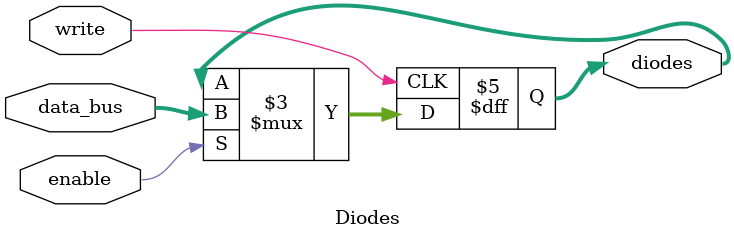
<source format=v>
module Diodes(data_bus, diodes, enable, write);
    inout [15:0] data_bus;
    output reg [15:0] diodes;
    input enable, write;

    initial begin 
        diodes = 16'h00;
    end

    always @(posedge write)
        if (enable)
            diodes <= data_bus;
endmodule

</source>
